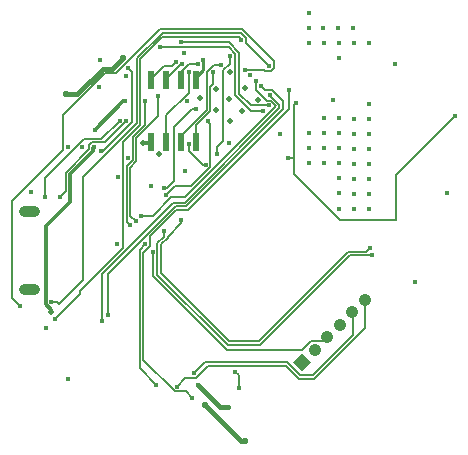
<source format=gbr>
G04 EAGLE Gerber RS-274X export*
G75*
%MOIN*%
%FSLAX34Y34*%
%LPD*%
%INBottom Copper*%
%IPPOS*%
%AMOC8*
5,1,8,0,0,1.08239X$1,22.5*%
G01*
%ADD10R,0.023622X0.062992*%
%ADD11C,0.035433*%
%ADD12R,0.041339X0.041339*%
%ADD13C,0.041339*%
%ADD14C,0.015874*%
%ADD15C,0.019811*%
%ADD16C,0.012000*%
%ADD17C,0.006000*%
%ADD18C,0.021780*%
%ADD19C,0.016000*%
%ADD20C,0.010000*%
%ADD21C,0.017843*%


D10*
X6510Y2851D03*
X6010Y2851D03*
X5510Y2851D03*
X5010Y2851D03*
X5010Y4899D03*
X5510Y4899D03*
X6010Y4899D03*
X6510Y4899D03*
D11*
X1115Y549D02*
X760Y549D01*
X760Y-2049D02*
X1115Y-2049D01*
D12*
G36*
X10044Y-4216D02*
X10335Y-4507D01*
X10044Y-4798D01*
X9753Y-4507D01*
X10044Y-4216D01*
G37*
D13*
X10462Y-4090D03*
X10880Y-3672D03*
X11297Y-3255D03*
X12132Y-2419D03*
X11715Y-2837D03*
D14*
X4185Y5050D03*
D15*
X7625Y5155D03*
X8585Y4240D03*
X7625Y3530D03*
X6655Y4295D03*
X7160Y4600D03*
X8130Y4630D03*
X8050Y3860D03*
X7160Y3905D03*
X7620Y4265D03*
X5260Y2440D03*
D14*
X3900Y1655D03*
X2230Y2660D03*
X11260Y620D03*
X11760Y620D03*
X10260Y6150D03*
X12260Y4120D03*
X11260Y6150D03*
X11260Y3650D03*
X11260Y3150D03*
X12260Y3120D03*
X11260Y2650D03*
X11260Y5650D03*
X11260Y1650D03*
X11260Y2150D03*
X10260Y6650D03*
X10260Y7150D03*
X1000Y1160D03*
X12260Y620D03*
X12260Y1620D03*
X12260Y2120D03*
X12260Y2620D03*
X12260Y3620D03*
X11250Y6650D03*
X12260Y6150D03*
X10260Y2150D03*
X10260Y2650D03*
X12260Y1120D03*
X11260Y1150D03*
X10760Y6150D03*
X10750Y6650D03*
X11760Y6150D03*
X11750Y6650D03*
X11760Y3120D03*
X11760Y1620D03*
X11760Y2120D03*
X11760Y2620D03*
X11760Y3620D03*
X11760Y1120D03*
X10760Y3650D03*
X10760Y3150D03*
X10760Y2650D03*
X10760Y2150D03*
X9305Y3115D03*
X10260Y3150D03*
X3280Y4665D03*
X6100Y5800D03*
D16*
X5010Y2851D02*
X4959Y2800D01*
X4730Y2800D01*
D15*
X4730Y2800D03*
D14*
X11063Y4250D03*
X13125Y5438D03*
X6125Y1875D03*
X3875Y-563D03*
X2250Y-5063D03*
X6220Y4210D03*
X7614Y2796D03*
X8320Y5060D03*
X3290Y5560D03*
X1500Y-3375D03*
X5000Y1375D03*
X13813Y-1813D03*
X14875Y1125D03*
X9828Y4123D03*
D17*
X9765Y4060D01*
X9765Y2313D01*
X9765Y1780D01*
D14*
X15125Y3688D03*
D17*
X13188Y1750D01*
X13188Y250D01*
D14*
X9563Y2313D03*
D17*
X9765Y2313D01*
X9765Y1780D02*
X11295Y250D01*
X13188Y250D01*
D14*
X7213Y2425D03*
X7630Y5695D03*
D17*
X7630Y5435D01*
X7420Y5225D01*
X7420Y2877D01*
X7213Y2670D01*
X7213Y2425D01*
D14*
X1958Y1006D03*
X4188Y3554D03*
D17*
X3036Y2827D02*
X2943Y2733D01*
X2943Y2601D01*
X3461Y2827D02*
X4188Y3554D01*
X3461Y2827D02*
X3036Y2827D01*
X2943Y2601D02*
X2159Y1818D01*
X2159Y1208D02*
X1958Y1006D01*
X2159Y1208D02*
X2159Y1818D01*
D14*
X6262Y2785D03*
D17*
X6262Y2551D01*
D14*
X6830Y2085D03*
D17*
X6728Y2085D02*
X6262Y2551D01*
X6728Y2085D02*
X6830Y2085D01*
D14*
X5995Y6165D03*
D17*
X8340Y4055D02*
X8930Y4055D01*
X8340Y4055D02*
X7945Y4450D01*
D14*
X8930Y4055D03*
D17*
X7945Y4450D02*
X7945Y5820D01*
X7600Y6165D01*
X5995Y6165D01*
D14*
X8938Y5375D03*
D17*
X4543Y5634D02*
X4543Y3460D01*
X7990Y6485D02*
X8159Y6316D01*
X7990Y6485D02*
X5394Y6485D01*
X4543Y5634D01*
X4543Y3460D02*
X2750Y1667D01*
X8159Y6153D02*
X8938Y5375D01*
X8159Y6153D02*
X8159Y6316D01*
X2750Y-1753D02*
X1939Y-2564D01*
X2750Y-1753D02*
X2750Y1667D01*
X1875Y-2500D02*
X1939Y-2564D01*
X1875Y-2500D02*
X1688Y-2500D01*
D14*
X1688Y-2500D03*
X1813Y-3063D03*
D17*
X2640Y-2235D01*
X2640Y-2142D01*
X4088Y2849D02*
X4653Y3414D01*
X4088Y-694D02*
X2640Y-2142D01*
X4088Y-694D02*
X4088Y2849D01*
X4653Y3414D02*
X4653Y5589D01*
X5389Y6324D01*
X7926Y6324D01*
X8000Y6250D01*
D14*
X8000Y6250D03*
X8125Y5250D03*
D17*
X9004Y5216D02*
X9097Y5309D01*
X9004Y5216D02*
X8809Y5216D01*
X9097Y5309D02*
X9097Y5534D01*
X8036Y6595D01*
X8125Y5250D02*
X8775Y5250D01*
X8809Y5216D01*
X625Y-2625D02*
X375Y-2375D01*
D14*
X625Y-2625D03*
D17*
X3464Y5122D02*
X3827Y5122D01*
X5300Y6595D02*
X8036Y6595D01*
X5300Y6595D02*
X3827Y5122D01*
X375Y875D02*
X375Y-2375D01*
X375Y875D02*
X2071Y2571D01*
X2071Y3729D01*
X3464Y5122D01*
D14*
X7331Y5390D03*
D17*
X7091Y5390D01*
X6864Y5162D01*
X6864Y3906D01*
X6010Y3052D01*
X6010Y2851D01*
D14*
X6040Y5430D03*
D17*
X5510Y4950D02*
X5510Y4899D01*
X5510Y4950D02*
X5990Y5430D01*
X6040Y5430D01*
D14*
X3102Y2667D03*
D15*
X1688Y-2813D03*
D18*
X6813Y-5938D03*
D19*
X8000Y-7125D01*
X8125Y-7125D01*
D18*
X8125Y-7125D03*
D14*
X4125Y4188D03*
D16*
X4063Y4188D01*
X3125Y3250D01*
D14*
X3125Y3250D03*
D16*
X3083Y2648D02*
X3083Y2543D01*
X3083Y2648D02*
X3102Y2667D01*
X3083Y2543D02*
X2299Y1760D01*
X2299Y830D01*
X1688Y-2768D02*
X1688Y-2813D01*
X1688Y-2768D02*
X1498Y-2578D01*
X1498Y28D01*
X2299Y830D01*
D14*
X3330Y2540D03*
X4253Y5290D03*
D17*
X4368Y3498D02*
X3410Y2540D01*
X3330Y2540D01*
D14*
X8752Y3887D03*
X5290Y6000D03*
D17*
X7820Y5779D02*
X7820Y4399D01*
X8332Y3887D02*
X8752Y3887D01*
X8332Y3887D02*
X7820Y4399D01*
X4368Y5175D02*
X4253Y5290D01*
X4368Y5175D02*
X4368Y3498D01*
X7599Y6000D02*
X7820Y5779D01*
X7599Y6000D02*
X5290Y6000D01*
D14*
X1458Y1000D03*
X3960Y3553D03*
D17*
X3344Y2937D01*
X2761Y2937D01*
X1458Y1633D01*
X1458Y1000D01*
D14*
X2710Y2660D03*
X4247Y2303D03*
D18*
X4063Y5625D03*
D19*
X3719Y5282D01*
X3398Y5282D01*
X2553Y4438D02*
X2188Y4438D01*
X2553Y4438D02*
X3398Y5282D01*
D18*
X2188Y4438D03*
D14*
X7088Y5162D03*
D17*
X6510Y3397D02*
X6510Y2851D01*
X7088Y4782D02*
X7088Y5162D01*
X7088Y4782D02*
X6981Y4674D01*
X6981Y3868D01*
X6510Y3397D01*
D14*
X6260Y5175D03*
D17*
X6260Y5175D01*
X6260Y4625D02*
X6260Y4486D01*
X6260Y4625D02*
X6260Y5175D01*
X5510Y3735D02*
X5510Y2851D01*
X5510Y3735D02*
X6260Y4486D01*
D14*
X6561Y5431D03*
D17*
X6274Y5431D01*
X6010Y5167D01*
X6010Y4899D01*
D14*
X5847Y5520D03*
D17*
X5697Y5369D01*
X5434Y5369D01*
X5010Y4945D02*
X5010Y4899D01*
X5010Y4945D02*
X5434Y5369D01*
D20*
X6510Y5000D02*
X6510Y4899D01*
D14*
X6749Y5568D03*
D20*
X6749Y5239D01*
X6510Y5000D01*
D14*
X7813Y-4813D03*
D17*
X7938Y-4938D01*
X7938Y-5375D01*
D14*
X7938Y-5375D03*
D21*
X7563Y-6000D03*
D19*
X7313Y-6000D01*
X6563Y-5250D01*
D21*
X6563Y-5250D03*
D14*
X9610Y4563D03*
D17*
X9610Y3944D01*
D14*
X6375Y-5688D03*
D17*
X6229Y563D02*
X9610Y3944D01*
X6229Y563D02*
X5843Y563D01*
X4972Y-309D02*
X4972Y-629D01*
X4750Y-850D01*
X4972Y-309D02*
X5843Y563D01*
X6159Y-5472D02*
X6375Y-5688D01*
X6159Y-5472D02*
X5809Y-5472D01*
X4750Y-4413D02*
X4750Y-850D01*
X4750Y-4413D02*
X5809Y-5472D01*
D14*
X5875Y-5313D03*
D17*
X6504Y-5034D02*
X6913Y-4625D01*
X6153Y-5034D02*
X5875Y-5313D01*
X6153Y-5034D02*
X6504Y-5034D01*
X6913Y-4625D02*
X9500Y-4625D01*
X9938Y-5063D01*
X10438Y-5063D01*
X12132Y-3368D01*
X12132Y-2419D01*
X12132Y-2419D01*
D14*
X6438Y-4875D03*
D17*
X6813Y-4500D01*
X10407Y-4938D02*
X11735Y-3610D01*
X9531Y-4500D02*
X6813Y-4500D01*
X9531Y-4500D02*
X9968Y-4938D01*
X10407Y-4938D01*
X11735Y-3610D02*
X11735Y-2857D01*
X11715Y-2837D01*
D14*
X4813Y4188D03*
D17*
X4813Y3418D01*
D14*
X4313Y63D03*
X4813Y-563D03*
D17*
X4625Y-750D01*
X4625Y-4688D01*
X5188Y-5250D01*
D14*
X5188Y-5250D03*
D17*
X4198Y2028D02*
X4407Y2237D01*
X4407Y3012D01*
X4198Y177D02*
X4313Y63D01*
X4407Y3012D02*
X4813Y3418D01*
X4198Y2028D02*
X4198Y177D01*
D14*
X8988Y4397D03*
D17*
X8988Y4378D01*
X9283Y4083D01*
X9283Y3970D01*
X6125Y813D01*
X5750Y813D01*
X3375Y-1563D01*
X3375Y-3125D01*
D14*
X3375Y-3125D03*
X8675Y4705D03*
D17*
X9393Y3925D02*
X6171Y703D01*
X5828Y703D01*
X8823Y4557D02*
X8675Y4705D01*
X8823Y4557D02*
X9054Y4557D01*
X9393Y4217D01*
X9393Y3925D01*
X5828Y703D02*
X3563Y-1563D01*
X3563Y-2938D01*
D14*
X3563Y-2938D03*
X6490Y3950D03*
D17*
X5770Y3344D02*
X5770Y1548D01*
X6376Y3950D02*
X6490Y3950D01*
X6376Y3950D02*
X5770Y3344D01*
X5770Y1548D02*
X5535Y1313D01*
X5438Y1313D01*
D14*
X5438Y1313D03*
X6000Y250D03*
D17*
X6000Y122D01*
X5561Y-350D02*
X5347Y-564D01*
X5561Y-317D02*
X6000Y122D01*
X5561Y-317D02*
X5561Y-350D01*
X5347Y-564D02*
X5347Y-1535D01*
X7603Y-3790D02*
X8617Y-3790D01*
X11579Y-828D01*
X7603Y-3790D02*
X5347Y-1535D01*
X11579Y-828D02*
X12173Y-828D01*
X12313Y-688D01*
D14*
X12313Y-688D03*
X6890Y3550D03*
D17*
X6355Y1375D02*
X5813Y1375D01*
X6355Y1375D02*
X6989Y2009D01*
X6989Y3451D02*
X6890Y3550D01*
X6989Y3451D02*
X6989Y2009D01*
X5813Y1375D02*
X5500Y1063D01*
D14*
X5500Y1063D03*
X5438Y-125D03*
D17*
X5438Y-313D01*
X7563Y-3938D02*
X8625Y-3938D01*
X11625Y-938D02*
X12375Y-938D01*
X5438Y-313D02*
X5222Y-528D01*
X8625Y-3938D02*
X11625Y-938D01*
D14*
X12375Y-938D03*
D17*
X7563Y-3938D02*
X5222Y-1597D01*
X5222Y-528D01*
D14*
X8505Y4870D03*
D17*
X8505Y4573D01*
X8996Y4214D02*
X9173Y4037D01*
X8996Y4214D02*
X8864Y4214D01*
X6136Y1001D02*
X5688Y1001D01*
X6136Y1001D02*
X9173Y4037D01*
X8864Y4214D02*
X8505Y4573D01*
X5688Y1001D02*
X5063Y375D01*
X4688Y375D01*
D14*
X4688Y375D03*
X5250Y4375D03*
D17*
X5250Y3700D01*
D14*
X4500Y188D03*
X5063Y-813D03*
D17*
X4517Y2191D02*
X4517Y2967D01*
X4517Y2191D02*
X4313Y1987D01*
X4313Y375D02*
X4500Y188D01*
X4517Y2967D02*
X5250Y3700D01*
X4313Y1987D02*
X4313Y375D01*
X7534Y-4091D02*
X7546Y-4103D01*
X7534Y-4091D02*
X5063Y-1619D01*
X5063Y-813D01*
X10343Y-3803D02*
X10749Y-3803D01*
X10343Y-3803D02*
X10044Y-4103D01*
X10880Y-3672D02*
X10880Y-3672D01*
X10749Y-3803D01*
X10032Y-4091D02*
X7534Y-4091D01*
X10032Y-4091D02*
X10044Y-4103D01*
M02*

</source>
